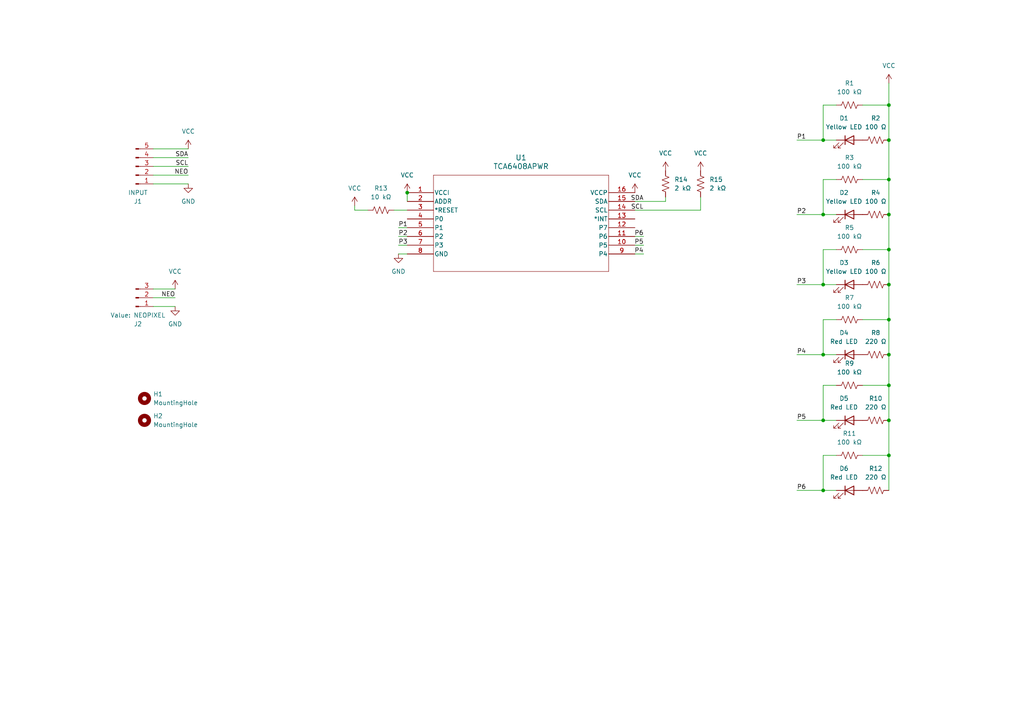
<source format=kicad_sch>
(kicad_sch (version 20230121) (generator eeschema)
  (paper "A4")
  (lib_symbols
    (symbol "2023-02-16_01-39-57:TCA6408APWR" (pin_names (offset 0.254))
      (property "Reference" "U" (at 33.02 10.16 0))
      (property "Value" "TCA6408APWR" (at 33.02 7.62 0))
      (symbol "TCA6408APWR_0_1"
        (polyline (pts (xy 7.62 -22.86) (xy 58.42 -22.86)) (stroke (width 0.127)))
        (polyline (pts (xy 7.62 5.08) (xy 7.62 -22.86)) (stroke (width 0.127)))
        (polyline (pts (xy 58.42 -22.86) (xy 58.42 5.08)) (stroke (width 0.127)))
        (polyline (pts (xy 58.42 5.08) (xy 7.62 5.08)) (stroke (width 0.127)))
        (pin power_in line (at 0 0 0) (length 7.62) (name "VCCI") (number "1"))
        (pin output line (at 66.04 -15.24 180) (length 7.62) (name "P5") (number "10"))
        (pin output line (at 66.04 -12.7 180) (length 7.62) (name "P6") (number "11"))
        (pin output line (at 66.04 -10.16 180) (length 7.62) (name "P7") (number "12"))
        (pin output line (at 66.04 -7.62 180) (length 7.62) (name "*INT") (number "13"))
        (pin bidirectional line (at 66.04 -5.08 180) (length 7.62) (name "SCL") (number "14"))
        (pin bidirectional line (at 66.04 -2.54 180) (length 7.62) (name "SDA") (number "15"))
        (pin power_in line (at 66.04 0 180) (length 7.62) (name "VCCP") (number "16"))
        (pin unspecified line (at 0 -2.54 0) (length 7.62) (name "ADDR") (number "2"))
        (pin input line (at 0 -5.08 0) (length 7.62) (name "*RESET") (number "3"))
        (pin output line (at 0 -7.62 0) (length 7.62) (name "P0") (number "4"))
        (pin output line (at 0 -10.16 0) (length 7.62) (name "P1") (number "5"))
        (pin output line (at 0 -12.7 0) (length 7.62) (name "P2") (number "6"))
        (pin output line (at 0 -15.24 0) (length 7.62) (name "P3") (number "7"))
        (pin power_in line (at 0 -17.78 0) (length 7.62) (name "GND") (number "8"))
        (pin output line (at 66.04 -17.78 180) (length 7.62) (name "P4") (number "9"))
      )
    )
    (symbol "Connector:Conn_01x03_Pin" (pin_names (offset 1.016) hide)
      (property "Reference" "J" (at 0 5.08 0))
      (property "Value" "Conn_01x03_Pin" (at 0 -5.08 0))
      (symbol "Conn_01x03_Pin_1_1"
        (polyline (pts (xy 1.27 -2.54) (xy 0.8636 -2.54)) (stroke (width 0.1524)))
        (polyline (pts (xy 1.27 0) (xy 0.8636 0)) (stroke (width 0.1524)))
        (polyline (pts (xy 1.27 2.54) (xy 0.8636 2.54)) (stroke (width 0.1524)))
        (rectangle (start 0.8636 -2.413) (end 0 -2.667) (stroke (width 0.1524)) (fill (type outline)))
        (rectangle (start 0.8636 0.127) (end 0 -0.127) (stroke (width 0.1524)) (fill (type outline)))
        (rectangle (start 0.8636 2.667) (end 0 2.413) (stroke (width 0.1524)) (fill (type outline)))
        (pin passive line (at 5.08 2.54 180) (length 3.81) (name "Pin_1") (number "1"))
        (pin passive line (at 5.08 0 180) (length 3.81) (name "Pin_2") (number "2"))
        (pin passive line (at 5.08 -2.54 180) (length 3.81) (name "Pin_3") (number "3"))
      )
    )
    (symbol "Connector:Conn_01x05_Pin" (pin_names (offset 1.016) hide)
      (property "Reference" "J" (at 0 7.62 0))
      (property "Value" "Conn_01x05_Pin" (at 0 -7.62 0))
      (symbol "Conn_01x05_Pin_1_1"
        (polyline (pts (xy 1.27 -5.08) (xy 0.8636 -5.08)) (stroke (width 0.1524)))
        (polyline (pts (xy 1.27 -2.54) (xy 0.8636 -2.54)) (stroke (width 0.1524)))
        (polyline (pts (xy 1.27 0) (xy 0.8636 0)) (stroke (width 0.1524)))
        (polyline (pts (xy 1.27 2.54) (xy 0.8636 2.54)) (stroke (width 0.1524)))
        (polyline (pts (xy 1.27 5.08) (xy 0.8636 5.08)) (stroke (width 0.1524)))
        (rectangle (start 0.8636 -4.953) (end 0 -5.207) (stroke (width 0.1524)) (fill (type outline)))
        (rectangle (start 0.8636 -2.413) (end 0 -2.667) (stroke (width 0.1524)) (fill (type outline)))
        (rectangle (start 0.8636 0.127) (end 0 -0.127) (stroke (width 0.1524)) (fill (type outline)))
        (rectangle (start 0.8636 2.667) (end 0 2.413) (stroke (width 0.1524)) (fill (type outline)))
        (rectangle (start 0.8636 5.207) (end 0 4.953) (stroke (width 0.1524)) (fill (type outline)))
        (pin passive line (at 5.08 5.08 180) (length 3.81) (name "Pin_1") (number "1"))
        (pin passive line (at 5.08 2.54 180) (length 3.81) (name "Pin_2") (number "2"))
        (pin passive line (at 5.08 0 180) (length 3.81) (name "Pin_3") (number "3"))
        (pin passive line (at 5.08 -2.54 180) (length 3.81) (name "Pin_4") (number "4"))
        (pin passive line (at 5.08 -5.08 180) (length 3.81) (name "Pin_5") (number "5"))
      )
    )
    (symbol "Device:LED" (pin_numbers hide) (pin_names (offset 1.016) hide)
      (property "Reference" "D" (at 0 2.54 0))
      (property "Value" "LED" (at 0 -2.54 0))
      (symbol "LED_0_1"
        (polyline (pts (xy -1.27 -1.27) (xy -1.27 1.27)) (stroke (width 0.254)))
        (polyline (pts (xy -1.27 0) (xy 1.27 0)))
        (polyline (pts (xy 1.27 -1.27) (xy 1.27 1.27) (xy -1.27 0) (xy 1.27 -1.27)) (stroke (width 0.254)))
        (polyline (pts (xy -3.048 -0.762) (xy -4.572 -2.286) (xy -3.81 -2.286) (xy -4.572 -2.286) (xy -4.572 -1.524)))
        (polyline (pts (xy -1.778 -0.762) (xy -3.302 -2.286) (xy -2.54 -2.286) (xy -3.302 -2.286) (xy -3.302 -1.524)))
      )
      (symbol "LED_1_1"
        (pin passive line (at -3.81 0 0) (length 2.54) (name "K") (number "1"))
        (pin passive line (at 3.81 0 180) (length 2.54) (name "A") (number "2"))
      )
    )
    (symbol "Device:R_US" (pin_numbers hide) (pin_names (offset 0))
      (property "Reference" "R" (at 2.54 0 90))
      (property "Value" "R_US" (at -2.54 0 90))
      (symbol "R_US_0_1"
        (polyline (pts (xy 0 -2.286) (xy 0 -2.54)))
        (polyline (pts (xy 0 2.286) (xy 0 2.54)))
        (polyline (pts (xy 0 -0.762) (xy 1.016 -1.143) (xy 0 -1.524) (xy -1.016 -1.905) (xy 0 -2.286)))
        (polyline (pts (xy 0 0.762) (xy 1.016 0.381) (xy 0 0) (xy -1.016 -0.381) (xy 0 -0.762)))
        (polyline (pts (xy 0 2.286) (xy 1.016 1.905) (xy 0 1.524) (xy -1.016 1.143) (xy 0 0.762)))
      )
      (symbol "R_US_1_1"
        (pin passive line (at 0 3.81 270) (length 1.27) (name "~") (number "1"))
        (pin passive line (at 0 -3.81 90) (length 1.27) (name "~") (number "2"))
      )
    )
    (symbol "Mechanical:MountingHole" (pin_names (offset 1.016))
      (property "Reference" "H" (at 0 5.08 0))
      (property "Value" "MountingHole" (at 0 3.175 0))
      (symbol "MountingHole_0_1"
        (circle (center 0 0) (radius 1.27) (stroke (width 1.27)))
      )
    )
    (symbol "power:GND" (power) (pin_names (offset 0))
      (property "Value" "GND" (at 0 -3.81 0))
      (symbol "GND_0_1"
        (polyline (pts (xy 0 0) (xy 0 -1.27) (xy 1.27 -1.27) (xy 0 -2.54) (xy -1.27 -1.27) (xy 0 -1.27)))
      )
      (symbol "GND_1_1"
        (pin power_in line (at 0 0 270) (length 0) hide (name "GND") (number "1"))
      )
    )
    (symbol "power:VCC" (power) (pin_names (offset 0))
      (property "Value" "VCC" (at 0 3.81 0))
      (symbol "VCC_0_1"
        (polyline (pts (xy -0.762 1.27) (xy 0 2.54)))
        (polyline (pts (xy 0 0) (xy 0 2.54)))
        (polyline (pts (xy 0 2.54) (xy 0.762 1.27)))
      )
      (symbol "VCC_1_1"
        (pin power_in line (at 0 0 90) (length 0) hide (name "VCC") (number "1"))
      )
    )
  )
  (junction (at 238.76 40.64))
  (junction (at 238.76 62.23))
  (junction (at 238.76 82.55))
  (junction (at 238.76 142.24))
  (junction (at 257.81 40.64))
  (junction (at 257.81 111.76))
  (junction (at 238.76 121.92))
  (junction (at 257.81 30.48))
  (junction (at 118.11 55.88))
  (junction (at 257.81 92.71))
  (junction (at 257.81 52.07))
  (junction (at 257.81 132.08))
  (junction (at 257.81 72.39))
  (junction (at 257.81 62.23))
  (junction (at 257.81 82.55))
  (junction (at 257.81 121.92))
  (junction (at 238.76 102.87))
  (junction (at 257.81 102.87))
  (wire (pts (xy 257.81 82.55) (xy 257.81 92.71)))
  (wire (pts (xy 257.81 132.08) (xy 257.81 142.24)))
  (wire (pts (xy 238.76 30.48) (xy 242.57 30.48)))
  (wire (pts (xy 250.19 30.48) (xy 257.81 30.48)))
  (wire (pts (xy 115.57 66.04) (xy 118.11 66.04)))
  (wire (pts (xy 250.19 92.71) (xy 257.81 92.71)))
  (wire (pts (xy 115.57 71.12) (xy 118.11 71.12)))
  (wire (pts (xy 238.76 102.87) (xy 242.57 102.87)))
  (wire (pts (xy 238.76 132.08) (xy 242.57 132.08)))
  (wire (pts (xy 257.81 92.71) (xy 257.81 102.87)))
  (wire (pts (xy 257.81 30.48) (xy 257.81 40.64)))
  (wire (pts (xy 238.76 92.71) (xy 238.76 102.87)))
  (wire (pts (xy 231.14 121.92) (xy 238.76 121.92)))
  (wire (pts (xy 115.57 73.66) (xy 118.11 73.66)))
  (wire (pts (xy 184.15 68.58) (xy 186.69 68.58)))
  (wire (pts (xy 184.15 60.96) (xy 203.2 60.96)))
  (wire (pts (xy 231.14 142.24) (xy 238.76 142.24)))
  (wire (pts (xy 238.76 52.07) (xy 242.57 52.07)))
  (wire (pts (xy 184.15 71.12) (xy 186.69 71.12)))
  (wire (pts (xy 114.3 60.96) (xy 118.11 60.96)))
  (wire (pts (xy 44.45 48.26) (xy 54.61 48.26)))
  (wire (pts (xy 238.76 40.64) (xy 242.57 40.64)))
  (wire (pts (xy 257.81 102.87) (xy 257.81 111.76)))
  (wire (pts (xy 115.57 68.58) (xy 118.11 68.58)))
  (wire (pts (xy 44.45 88.9) (xy 50.8 88.9)))
  (wire (pts (xy 203.2 57.15) (xy 203.2 60.96)))
  (wire (pts (xy 102.87 60.96) (xy 102.87 59.69)))
  (wire (pts (xy 184.15 58.42) (xy 193.04 58.42)))
  (wire (pts (xy 238.76 30.48) (xy 238.76 40.64)))
  (wire (pts (xy 257.81 62.23) (xy 257.81 72.39)))
  (wire (pts (xy 238.76 52.07) (xy 238.76 62.23)))
  (wire (pts (xy 231.14 82.55) (xy 238.76 82.55)))
  (wire (pts (xy 257.81 24.13) (xy 257.81 30.48)))
  (wire (pts (xy 250.19 132.08) (xy 257.81 132.08)))
  (wire (pts (xy 238.76 92.71) (xy 242.57 92.71)))
  (wire (pts (xy 44.45 83.82) (xy 50.8 83.82)))
  (wire (pts (xy 238.76 111.76) (xy 238.76 121.92)))
  (wire (pts (xy 238.76 111.76) (xy 242.57 111.76)))
  (wire (pts (xy 250.19 52.07) (xy 257.81 52.07)))
  (wire (pts (xy 238.76 132.08) (xy 238.76 142.24)))
  (wire (pts (xy 257.81 72.39) (xy 257.81 82.55)))
  (wire (pts (xy 106.68 60.96) (xy 102.87 60.96)))
  (wire (pts (xy 238.76 72.39) (xy 238.76 82.55)))
  (wire (pts (xy 193.04 57.15) (xy 193.04 58.42)))
  (wire (pts (xy 118.11 55.88) (xy 118.11 58.42)))
  (wire (pts (xy 231.14 40.64) (xy 238.76 40.64)))
  (wire (pts (xy 238.76 62.23) (xy 242.57 62.23)))
  (wire (pts (xy 257.81 111.76) (xy 257.81 121.92)))
  (wire (pts (xy 44.45 53.34) (xy 54.61 53.34)))
  (wire (pts (xy 44.45 86.36) (xy 50.8 86.36)))
  (wire (pts (xy 257.81 52.07) (xy 257.81 62.23)))
  (wire (pts (xy 238.76 82.55) (xy 242.57 82.55)))
  (wire (pts (xy 231.14 102.87) (xy 238.76 102.87)))
  (wire (pts (xy 238.76 142.24) (xy 242.57 142.24)))
  (wire (pts (xy 231.14 62.23) (xy 238.76 62.23)))
  (wire (pts (xy 257.81 121.92) (xy 257.81 132.08)))
  (wire (pts (xy 184.15 73.66) (xy 186.69 73.66)))
  (wire (pts (xy 238.76 121.92) (xy 242.57 121.92)))
  (wire (pts (xy 44.45 45.72) (xy 54.61 45.72)))
  (wire (pts (xy 44.45 50.8) (xy 54.61 50.8)))
  (wire (pts (xy 238.76 72.39) (xy 242.57 72.39)))
  (wire (pts (xy 250.19 72.39) (xy 257.81 72.39)))
  (wire (pts (xy 44.45 43.18) (xy 54.61 43.18)))
  (wire (pts (xy 257.81 40.64) (xy 257.81 52.07)))
  (wire (pts (xy 250.19 111.76) (xy 257.81 111.76)))
  (label "P3" (at 231.14 82.55 0))
  (label "P2" (at 231.14 62.23 0))
  (label "SCL" (at 186.69 60.96 180))
  (label "P2" (at 115.57 68.58 0))
  (label "NEO" (at 50.8 86.36 180))
  (label "SDA" (at 186.69 58.42 180))
  (label "P6" (at 231.14 142.24 0))
  (label "SCL" (at 54.61 48.26 180))
  (label "P5" (at 231.14 121.92 0))
  (label "P1" (at 115.57 66.04 0))
  (label "P1" (at 231.14 40.64 0))
  (label "SDA" (at 54.61 45.72 180))
  (label "NEO" (at 54.61 50.8 180))
  (label "P6" (at 186.69 68.58 180))
  (label "P5" (at 186.69 71.12 180))
  (label "P4" (at 231.14 102.87 0))
  (label "P3" (at 115.57 71.12 0))
  (label "P4" (at 186.69 73.66 180))
  (symbol (lib_id "power:VCC") (at 257.81 24.13 0) (unit 1)
    (property "Reference" "#PWR01" (effects hide))
    (property "Value" "VCC" (at 257.81 19.05 0))
  )
  (symbol (lib_id "Device:R_US") (at 203.2 53.34 0) (unit 1)
    (property "Reference" "R15" (at 205.74 52.07 0) (effects (justify left)))
    (property "Value" "2 kΩ" (at 205.74 54.61 0) (effects (justify left)))
    (property "Footprint" "Resistor_SMD:R_1206_3216Metric_Pad1.30x1.75mm_HandSolder" (effects hide))
  )
  (symbol (lib_id "Device:R_US") (at 246.38 132.08 90) (unit 1)
    (property "Reference" "R11" (at 246.38 125.73 90))
    (property "Value" "100 kΩ" (at 246.38 128.27 90))
    (property "Footprint" "Resistor_SMD:R_1206_3216Metric_Pad1.30x1.75mm_HandSolder" (effects hide))
  )
  (symbol (lib_id "power:VCC") (at 203.2 49.53 0) (unit 1)
    (property "Reference" "#PWR011" (effects hide))
    (property "Value" "VCC" (at 203.2 44.45 0))
  )
  (symbol (lib_id "Mechanical:MountingHole") (at 41.91 115.57 0) (unit 1)
    (property "Reference" "H1" (at 44.45 114.3 0) (effects (justify left)))
    (property "Value" "MountingHole" (at 44.45 116.84 0) (effects (justify left)))
    (property "Footprint" "MountingHole:MountingHole_2.2mm_M2" (effects hide))
  )
  (symbol (lib_id "power:VCC") (at 184.15 55.88 0) (unit 1)
    (property "Reference" "#PWR02" (effects hide))
    (property "Value" "VCC" (at 184.15 50.8 0))
  )
  (symbol (lib_id "Device:LED") (at 246.38 82.55 0) (unit 1)
    (property "Reference" "D3" (at 244.7925 76.2 0))
    (property "Value" "Yellow LED" (at 244.7925 78.74 0))
    (property "Footprint" "LED_THT:LED_D5.0mm" (effects hide))
  )
  (symbol (lib_id "Device:R_US") (at 246.38 52.07 90) (unit 1)
    (property "Reference" "R3" (at 246.38 45.72 90))
    (property "Value" "100 kΩ" (at 246.38 48.26 90))
    (property "Footprint" "Resistor_SMD:R_1206_3216Metric_Pad1.30x1.75mm_HandSolder" (effects hide))
  )
  (symbol (lib_id "Device:R_US") (at 193.04 53.34 180) (unit 1)
    (property "Reference" "R14" (at 195.58 52.07 0) (effects (justify right)))
    (property "Value" "2 kΩ" (at 195.58 54.61 0) (effects (justify right)))
    (property "Footprint" "Resistor_SMD:R_1206_3216Metric_Pad1.30x1.75mm_HandSolder" (effects hide))
  )
  (symbol (lib_id "power:VCC") (at 50.8 83.82 0) (unit 1)
    (property "Reference" "#PWR09" (effects hide))
    (property "Value" "VCC" (at 50.8 78.74 0))
  )
  (symbol (lib_id "Device:R_US") (at 246.38 30.48 90) (unit 1)
    (property "Reference" "R1" (at 246.38 24.13 90))
    (property "Value" "100 kΩ" (at 246.38 26.67 90))
    (property "Footprint" "Resistor_SMD:R_1206_3216Metric_Pad1.30x1.75mm_HandSolder" (effects hide))
  )
  (symbol (lib_id "Device:R_US") (at 254 142.24 90) (unit 1)
    (property "Reference" "R12" (at 254 135.89 90))
    (property "Value" "220 Ω" (at 254 138.43 90))
    (property "Footprint" "Resistor_SMD:R_1206_3216Metric_Pad1.30x1.75mm_HandSolder" (effects hide))
  )
  (symbol (lib_id "Device:R_US") (at 110.49 60.96 90) (unit 1)
    (property "Reference" "R13" (at 110.49 54.61 90))
    (property "Value" "10 kΩ" (at 110.49 57.15 90))
    (property "Footprint" "Resistor_SMD:R_1206_3216Metric_Pad1.30x1.75mm_HandSolder" (effects hide))
  )
  (symbol (lib_id "Device:R_US") (at 254 121.92 90) (unit 1)
    (property "Reference" "R10" (at 254 115.57 90))
    (property "Value" "220 Ω" (at 254 118.11 90))
    (property "Footprint" "Resistor_SMD:R_1206_3216Metric_Pad1.30x1.75mm_HandSolder" (effects hide))
  )
  (symbol (lib_id "Mechanical:MountingHole") (at 41.91 121.92 0) (unit 1)
    (property "Reference" "H2" (at 44.45 120.65 0) (effects (justify left)))
    (property "Value" "MountingHole" (at 44.45 123.19 0) (effects (justify left)))
    (property "Footprint" "MountingHole:MountingHole_2.2mm_M2" (effects hide))
  )
  (symbol (lib_id "2023-02-16_01-39-57:TCA6408APWR") (at 118.11 55.88 0) (unit 1)
    (property "Reference" "U1" (at 151.13 45.72 0) (effects (font (size 1.524 1.524))))
    (property "Value" "TCA6408APWR" (at 151.13 48.26 0) (effects (font (size 1.524 1.524))))
    (property "Footprint" "GPIOExpander:PW16" (effects hide))
    (property "Datasheet" "TCA6408APWR" (effects hide))
  )
  (symbol (lib_id "Connector:Conn_01x05_Pin") (at 39.37 48.26 0) (mirror x) (unit 1)
    (property "Reference" "J1" (at 40.005 58.42 0))
    (property "Value" "INPUT" (at 40.005 55.88 0))
    (property "Footprint" "Connector_JST:JST_PH_B5B-PH-K_1x05_P2.00mm_Vertical" (effects hide))
  )
  (symbol (lib_id "Device:LED") (at 246.38 102.87 0) (unit 1)
    (property "Reference" "D4" (at 244.7925 96.52 0))
    (property "Value" "Red LED" (at 244.7925 99.06 0))
    (property "Footprint" "LED_THT:LED_D5.0mm" (effects hide))
  )
  (symbol (lib_id "Device:R_US") (at 246.38 72.39 90) (unit 1)
    (property "Reference" "R5" (at 246.38 66.04 90))
    (property "Value" "100 kΩ" (at 246.38 68.58 90))
    (property "Footprint" "Resistor_SMD:R_1206_3216Metric_Pad1.30x1.75mm_HandSolder" (effects hide))
  )
  (symbol (lib_id "power:GND") (at 50.8 88.9 0) (unit 1)
    (property "Reference" "#PWR08" (effects hide))
    (property "Value" "GND" (at 50.8 93.98 0))
  )
  (symbol (lib_id "power:VCC") (at 54.61 43.18 0) (unit 1)
    (property "Reference" "#PWR07" (effects hide))
    (property "Value" "VCC" (at 54.61 38.1 0))
  )
  (symbol (lib_id "power:GND") (at 115.57 73.66 0) (unit 1)
    (property "Reference" "#PWR04" (effects hide))
    (property "Value" "GND" (at 115.57 78.74 0))
  )
  (symbol (lib_id "Device:LED") (at 246.38 40.64 0) (unit 1)
    (property "Reference" "D1" (at 244.7925 34.29 0))
    (property "Value" "Yellow LED" (at 244.7925 36.83 0))
    (property "Footprint" "LED_THT:LED_D5.0mm" (effects hide))
  )
  (symbol (lib_id "Device:LED") (at 246.38 142.24 0) (unit 1)
    (property "Reference" "D6" (at 244.7925 135.89 0))
    (property "Value" "Red LED" (at 244.7925 138.43 0))
    (property "Footprint" "LED_THT:LED_D5.0mm" (effects hide))
  )
  (symbol (lib_id "Device:LED") (at 246.38 62.23 0) (unit 1)
    (property "Reference" "D2" (at 244.7925 55.88 0))
    (property "Value" "Yellow LED" (at 244.7925 58.42 0))
    (property "Footprint" "LED_THT:LED_D5.0mm" (effects hide))
  )
  (symbol (lib_id "Device:R_US") (at 246.38 111.76 90) (unit 1)
    (property "Reference" "R9" (at 246.38 105.41 90))
    (property "Value" "100 kΩ" (at 246.38 107.95 90))
    (property "Footprint" "Resistor_SMD:R_1206_3216Metric_Pad1.30x1.75mm_HandSolder" (effects hide))
  )
  (symbol (lib_id "Device:R_US") (at 254 40.64 90) (unit 1)
    (property "Reference" "R2" (at 254 34.29 90))
    (property "Value" "100 Ω" (at 254 36.83 90))
    (property "Footprint" "Resistor_SMD:R_1206_3216Metric_Pad1.30x1.75mm_HandSolder" (effects hide))
  )
  (symbol (lib_id "Device:R_US") (at 254 82.55 90) (unit 1)
    (property "Reference" "R6" (at 254 76.2 90))
    (property "Value" "100 Ω" (at 254 78.74 90))
    (property "Footprint" "Resistor_SMD:R_1206_3216Metric_Pad1.30x1.75mm_HandSolder" (effects hide))
  )
  (symbol (lib_id "power:GND") (at 54.61 53.34 0) (unit 1)
    (property "Reference" "#PWR06" (effects hide))
    (property "Value" "GND" (at 54.61 58.42 0))
  )
  (symbol (lib_id "Device:R_US") (at 254 62.23 90) (unit 1)
    (property "Reference" "R4" (at 254 55.88 90))
    (property "Value" "100 Ω" (at 254 58.42 90))
    (property "Footprint" "Resistor_SMD:R_1206_3216Metric_Pad1.30x1.75mm_HandSolder" (effects hide))
  )
  (symbol (lib_id "power:VCC") (at 193.04 49.53 0) (unit 1)
    (property "Reference" "#PWR010" (effects hide))
    (property "Value" "VCC" (at 193.04 44.45 0))
  )
  (symbol (lib_id "Device:LED") (at 246.38 121.92 0) (unit 1)
    (property "Reference" "D5" (at 244.7925 115.57 0))
    (property "Value" "Red LED" (at 244.7925 118.11 0))
    (property "Footprint" "LED_THT:LED_D5.0mm" (effects hide))
  )
  (symbol (lib_id "power:VCC") (at 118.11 55.88 0) (unit 1)
    (property "Reference" "#PWR03" (effects hide))
    (property "Value" "VCC" (at 118.11 50.8 0))
  )
  (symbol (lib_id "power:VCC") (at 102.87 59.69 0) (unit 1)
    (property "Reference" "#PWR05" (effects hide))
    (property "Value" "VCC" (at 102.87 54.61 0))
  )
  (symbol (lib_id "Device:R_US") (at 254 102.87 90) (unit 1)
    (property "Reference" "R8" (at 254 96.52 90))
    (property "Value" "220 Ω" (at 254 99.06 90))
    (property "Footprint" "Resistor_SMD:R_1206_3216Metric_Pad1.30x1.75mm_HandSolder" (effects hide))
  )
  (symbol (lib_id "Device:R_US") (at 246.38 92.71 90) (unit 1)
    (property "Reference" "R7" (at 246.38 86.36 90))
    (property "Value" "100 kΩ" (at 246.38 88.9 90))
    (property "Footprint" "Resistor_SMD:R_1206_3216Metric_Pad1.30x1.75mm_HandSolder" (effects hide))
  )
  (symbol (lib_id "Connector:Conn_01x03_Pin") (at 39.37 86.36 0) (mirror x) (unit 1)
    (property "Reference" "J2" (at 40.005 93.98 0))
    (property "Value" "NEOPIXEL" (at 40.005 91.44 0) (show_name))
    (property "Footprint" "Connector_PinHeader_2.54mm:PinHeader_1x03_P2.54mm_Vertical" (effects hide))
  )
)
</source>
